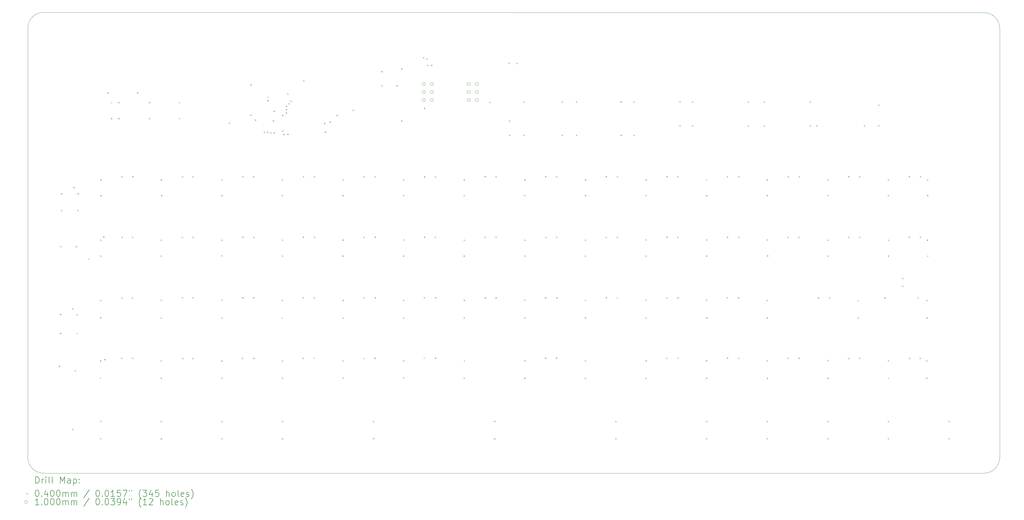
<source format=gbr>
%TF.GenerationSoftware,KiCad,Pcbnew,7.0.1*%
%TF.CreationDate,2023-04-23T23:40:49+02:00*%
%TF.ProjectId,keyb_15x5,6b657962-5f31-4357-9835-2e6b69636164,rev?*%
%TF.SameCoordinates,Original*%
%TF.FileFunction,Drillmap*%
%TF.FilePolarity,Positive*%
%FSLAX45Y45*%
G04 Gerber Fmt 4.5, Leading zero omitted, Abs format (unit mm)*
G04 Created by KiCad (PCBNEW 7.0.1) date 2023-04-23 23:40:49*
%MOMM*%
%LPD*%
G01*
G04 APERTURE LIST*
%ADD10C,0.050000*%
%ADD11C,0.200000*%
%ADD12C,0.040000*%
%ADD13C,0.100000*%
G04 APERTURE END LIST*
D10*
X36265000Y-20885000D02*
G75*
G03*
X36750000Y-20400000I0J485000D01*
G01*
X36750000Y-20400000D02*
X36750000Y-6875000D01*
X6690000Y-20885026D02*
X36265000Y-20885000D01*
X6200000Y-20400000D02*
G75*
G03*
X6690000Y-20885026I490000J5000D01*
G01*
X36750000Y-6875000D02*
G75*
G03*
X36270000Y-6395000I-480000J0D01*
G01*
X36270000Y-6395000D02*
X6690000Y-6385000D01*
X6200000Y-6875000D02*
X6200000Y-20400000D01*
X6690000Y-6385000D02*
G75*
G03*
X6200000Y-6875000I0J-490000D01*
G01*
D11*
D12*
X7169000Y-17504000D02*
X7209000Y-17544000D01*
X7209000Y-17504000D02*
X7169000Y-17544000D01*
X7204000Y-16465000D02*
X7244000Y-16505000D01*
X7244000Y-16465000D02*
X7204000Y-16505000D01*
X7207000Y-15872000D02*
X7247000Y-15912000D01*
X7247000Y-15872000D02*
X7207000Y-15912000D01*
X7217000Y-13736000D02*
X7257000Y-13776000D01*
X7257000Y-13736000D02*
X7217000Y-13776000D01*
X7243000Y-12071000D02*
X7283000Y-12111000D01*
X7283000Y-12071000D02*
X7243000Y-12111000D01*
X7243000Y-12600000D02*
X7283000Y-12640000D01*
X7283000Y-12600000D02*
X7243000Y-12640000D01*
X7585000Y-15690000D02*
X7625000Y-15730000D01*
X7625000Y-15690000D02*
X7585000Y-15730000D01*
X7585000Y-19480000D02*
X7625000Y-19520000D01*
X7625000Y-19480000D02*
X7585000Y-19520000D01*
X7630000Y-11875000D02*
X7670000Y-11915000D01*
X7670000Y-11875000D02*
X7630000Y-11915000D01*
X7672000Y-17639000D02*
X7712000Y-17679000D01*
X7712000Y-17639000D02*
X7672000Y-17679000D01*
X7701000Y-13736000D02*
X7741000Y-13776000D01*
X7741000Y-13736000D02*
X7701000Y-13776000D01*
X7732000Y-15875000D02*
X7772000Y-15915000D01*
X7772000Y-15875000D02*
X7732000Y-15915000D01*
X7735000Y-16465000D02*
X7775000Y-16505000D01*
X7775000Y-16465000D02*
X7735000Y-16505000D01*
X7754000Y-12069000D02*
X7794000Y-12109000D01*
X7794000Y-12069000D02*
X7754000Y-12109000D01*
X7754000Y-12602000D02*
X7794000Y-12642000D01*
X7794000Y-12602000D02*
X7754000Y-12642000D01*
X8092000Y-14127000D02*
X8132000Y-14167000D01*
X8132000Y-14127000D02*
X8092000Y-14167000D01*
X8465000Y-17335000D02*
X8505000Y-17375000D01*
X8505000Y-17335000D02*
X8465000Y-17375000D01*
X8465000Y-17869000D02*
X8505000Y-17909000D01*
X8505000Y-17869000D02*
X8465000Y-17909000D01*
X8467000Y-15424000D02*
X8507000Y-15464000D01*
X8507000Y-15424000D02*
X8467000Y-15464000D01*
X8467000Y-15973000D02*
X8507000Y-16013000D01*
X8507000Y-15973000D02*
X8467000Y-16013000D01*
X8468000Y-19229000D02*
X8508000Y-19269000D01*
X8508000Y-19229000D02*
X8468000Y-19269000D01*
X8469000Y-19780000D02*
X8509000Y-19820000D01*
X8509000Y-19780000D02*
X8469000Y-19820000D01*
X8470000Y-13530000D02*
X8510000Y-13570000D01*
X8510000Y-13530000D02*
X8470000Y-13570000D01*
X8470000Y-14030000D02*
X8510000Y-14070000D01*
X8510000Y-14030000D02*
X8470000Y-14070000D01*
X8475000Y-11630000D02*
X8515000Y-11670000D01*
X8515000Y-11630000D02*
X8475000Y-11670000D01*
X8475000Y-12130000D02*
X8515000Y-12170000D01*
X8515000Y-12130000D02*
X8475000Y-12170000D01*
X8565000Y-13430000D02*
X8605000Y-13470000D01*
X8605000Y-13430000D02*
X8565000Y-13470000D01*
X8600000Y-17290000D02*
X8640000Y-17330000D01*
X8640000Y-17290000D02*
X8600000Y-17330000D01*
X8692000Y-8898000D02*
X8732000Y-8938000D01*
X8732000Y-8898000D02*
X8692000Y-8938000D01*
X8810000Y-9200000D02*
X8850000Y-9240000D01*
X8850000Y-9200000D02*
X8810000Y-9240000D01*
X8810000Y-9705000D02*
X8850000Y-9745000D01*
X8850000Y-9705000D02*
X8810000Y-9745000D01*
X9035000Y-9200000D02*
X9075000Y-9240000D01*
X9075000Y-9200000D02*
X9035000Y-9240000D01*
X9040000Y-9705000D02*
X9080000Y-9745000D01*
X9080000Y-9705000D02*
X9040000Y-9745000D01*
X9130000Y-17245000D02*
X9170000Y-17285000D01*
X9170000Y-17245000D02*
X9130000Y-17285000D01*
X9135000Y-11535000D02*
X9175000Y-11575000D01*
X9175000Y-11535000D02*
X9135000Y-11575000D01*
X9135000Y-13440000D02*
X9175000Y-13480000D01*
X9175000Y-13440000D02*
X9135000Y-13480000D01*
X9140000Y-15350000D02*
X9180000Y-15390000D01*
X9180000Y-15350000D02*
X9140000Y-15390000D01*
X9470000Y-13440000D02*
X9510000Y-13480000D01*
X9510000Y-13440000D02*
X9470000Y-13480000D01*
X9470000Y-15350000D02*
X9510000Y-15390000D01*
X9510000Y-15350000D02*
X9470000Y-15390000D01*
X9475000Y-17245000D02*
X9515000Y-17285000D01*
X9515000Y-17245000D02*
X9475000Y-17285000D01*
X9480000Y-11535000D02*
X9520000Y-11575000D01*
X9520000Y-11535000D02*
X9480000Y-11575000D01*
X9628000Y-8895000D02*
X9668000Y-8935000D01*
X9668000Y-8895000D02*
X9628000Y-8935000D01*
X10000000Y-9200000D02*
X10040000Y-9240000D01*
X10040000Y-9200000D02*
X10000000Y-9240000D01*
X10000000Y-9705000D02*
X10040000Y-9745000D01*
X10040000Y-9705000D02*
X10000000Y-9745000D01*
X10371000Y-15977000D02*
X10411000Y-16017000D01*
X10411000Y-15977000D02*
X10371000Y-16017000D01*
X10373000Y-15421000D02*
X10413000Y-15461000D01*
X10413000Y-15421000D02*
X10373000Y-15461000D01*
X10373000Y-17333000D02*
X10413000Y-17373000D01*
X10413000Y-17333000D02*
X10373000Y-17373000D01*
X10373000Y-17877000D02*
X10413000Y-17917000D01*
X10413000Y-17877000D02*
X10373000Y-17917000D01*
X10375000Y-11630000D02*
X10415000Y-11670000D01*
X10415000Y-11630000D02*
X10375000Y-11670000D01*
X10375000Y-13530000D02*
X10415000Y-13570000D01*
X10415000Y-13530000D02*
X10375000Y-13570000D01*
X10375000Y-14030000D02*
X10415000Y-14070000D01*
X10415000Y-14030000D02*
X10375000Y-14070000D01*
X10375000Y-19234000D02*
X10415000Y-19274000D01*
X10415000Y-19234000D02*
X10375000Y-19274000D01*
X10375000Y-19782000D02*
X10415000Y-19822000D01*
X10415000Y-19782000D02*
X10375000Y-19822000D01*
X10380000Y-12130000D02*
X10420000Y-12170000D01*
X10420000Y-12130000D02*
X10380000Y-12170000D01*
X10945000Y-9200000D02*
X10985000Y-9240000D01*
X10985000Y-9200000D02*
X10945000Y-9240000D01*
X10945000Y-9700000D02*
X10985000Y-9740000D01*
X10985000Y-9700000D02*
X10945000Y-9740000D01*
X11035000Y-13435000D02*
X11075000Y-13475000D01*
X11075000Y-13435000D02*
X11035000Y-13475000D01*
X11040000Y-11535000D02*
X11080000Y-11575000D01*
X11080000Y-11535000D02*
X11040000Y-11575000D01*
X11045000Y-15345000D02*
X11085000Y-15385000D01*
X11085000Y-15345000D02*
X11045000Y-15385000D01*
X11050000Y-17255000D02*
X11090000Y-17295000D01*
X11090000Y-17255000D02*
X11050000Y-17295000D01*
X11370000Y-15345000D02*
X11410000Y-15385000D01*
X11410000Y-15345000D02*
X11370000Y-15385000D01*
X11375000Y-11535000D02*
X11415000Y-11575000D01*
X11415000Y-11535000D02*
X11375000Y-11575000D01*
X11375000Y-13435000D02*
X11415000Y-13475000D01*
X11415000Y-13435000D02*
X11375000Y-13475000D01*
X11375000Y-17255000D02*
X11415000Y-17295000D01*
X11415000Y-17255000D02*
X11375000Y-17295000D01*
X12277000Y-17336000D02*
X12317000Y-17376000D01*
X12317000Y-17336000D02*
X12277000Y-17376000D01*
X12278000Y-11632000D02*
X12318000Y-11672000D01*
X12318000Y-11632000D02*
X12278000Y-11672000D01*
X12278000Y-17874000D02*
X12318000Y-17914000D01*
X12318000Y-17874000D02*
X12278000Y-17914000D01*
X12279000Y-14024000D02*
X12319000Y-14064000D01*
X12319000Y-14024000D02*
X12279000Y-14064000D01*
X12279000Y-15421000D02*
X12319000Y-15461000D01*
X12319000Y-15421000D02*
X12279000Y-15461000D01*
X12279000Y-15979000D02*
X12319000Y-16019000D01*
X12319000Y-15979000D02*
X12279000Y-16019000D01*
X12279000Y-19237000D02*
X12319000Y-19277000D01*
X12319000Y-19237000D02*
X12279000Y-19277000D01*
X12279000Y-19779000D02*
X12319000Y-19819000D01*
X12319000Y-19779000D02*
X12279000Y-19819000D01*
X12280000Y-12130000D02*
X12320000Y-12170000D01*
X12320000Y-12130000D02*
X12280000Y-12170000D01*
X12280000Y-13530000D02*
X12320000Y-13570000D01*
X12320000Y-13530000D02*
X12280000Y-13570000D01*
X12515000Y-9850000D02*
X12555000Y-9890000D01*
X12555000Y-9850000D02*
X12515000Y-9890000D01*
X12933000Y-17247000D02*
X12973000Y-17287000D01*
X12973000Y-17247000D02*
X12933000Y-17287000D01*
X12935000Y-13435000D02*
X12975000Y-13475000D01*
X12975000Y-13435000D02*
X12935000Y-13475000D01*
X12936000Y-15338000D02*
X12976000Y-15378000D01*
X12976000Y-15338000D02*
X12936000Y-15378000D01*
X12940000Y-11535000D02*
X12980000Y-11575000D01*
X12980000Y-11535000D02*
X12940000Y-11575000D01*
X13190000Y-9595000D02*
X13230000Y-9635000D01*
X13230000Y-9595000D02*
X13190000Y-9635000D01*
X13195000Y-8640000D02*
X13235000Y-8680000D01*
X13235000Y-8640000D02*
X13195000Y-8680000D01*
X13280000Y-11535000D02*
X13320000Y-11575000D01*
X13320000Y-11535000D02*
X13280000Y-11575000D01*
X13282000Y-15344000D02*
X13322000Y-15384000D01*
X13322000Y-15344000D02*
X13282000Y-15384000D01*
X13285000Y-13435000D02*
X13325000Y-13475000D01*
X13325000Y-13435000D02*
X13285000Y-13475000D01*
X13286000Y-17251000D02*
X13326000Y-17291000D01*
X13326000Y-17251000D02*
X13286000Y-17291000D01*
X13335000Y-9750000D02*
X13375000Y-9790000D01*
X13375000Y-9750000D02*
X13335000Y-9790000D01*
X13613000Y-10137000D02*
X13653000Y-10177000D01*
X13653000Y-10137000D02*
X13613000Y-10177000D01*
X13713000Y-10136000D02*
X13753000Y-10176000D01*
X13753000Y-10136000D02*
X13713000Y-10176000D01*
X13730000Y-9030000D02*
X13770000Y-9070000D01*
X13770000Y-9030000D02*
X13730000Y-9070000D01*
X13730000Y-9135000D02*
X13770000Y-9175000D01*
X13770000Y-9135000D02*
X13730000Y-9175000D01*
X13819000Y-10155000D02*
X13859000Y-10195000D01*
X13859000Y-10155000D02*
X13819000Y-10195000D01*
X13895000Y-9775000D02*
X13935000Y-9815000D01*
X13935000Y-9775000D02*
X13895000Y-9815000D01*
X13920000Y-9470000D02*
X13960000Y-9510000D01*
X13960000Y-9470000D02*
X13920000Y-9510000D01*
X13925000Y-10154000D02*
X13965000Y-10194000D01*
X13965000Y-10154000D02*
X13925000Y-10194000D01*
X14180000Y-15982000D02*
X14220000Y-16022000D01*
X14220000Y-15982000D02*
X14180000Y-16022000D01*
X14183000Y-11632000D02*
X14223000Y-11672000D01*
X14223000Y-11632000D02*
X14183000Y-11672000D01*
X14183000Y-12128000D02*
X14223000Y-12168000D01*
X14223000Y-12128000D02*
X14183000Y-12168000D01*
X14183000Y-15425000D02*
X14223000Y-15465000D01*
X14223000Y-15425000D02*
X14183000Y-15465000D01*
X14183000Y-17332000D02*
X14223000Y-17372000D01*
X14223000Y-17332000D02*
X14183000Y-17372000D01*
X14183000Y-17872000D02*
X14223000Y-17912000D01*
X14223000Y-17872000D02*
X14183000Y-17912000D01*
X14184000Y-13531000D02*
X14224000Y-13571000D01*
X14224000Y-13531000D02*
X14184000Y-13571000D01*
X14185000Y-14030000D02*
X14225000Y-14070000D01*
X14225000Y-14030000D02*
X14185000Y-14070000D01*
X14186000Y-19236000D02*
X14226000Y-19276000D01*
X14226000Y-19236000D02*
X14186000Y-19276000D01*
X14186000Y-19782000D02*
X14226000Y-19822000D01*
X14226000Y-19782000D02*
X14186000Y-19822000D01*
X14190000Y-9605000D02*
X14230000Y-9645000D01*
X14230000Y-9605000D02*
X14190000Y-9645000D01*
X14190000Y-10090000D02*
X14230000Y-10130000D01*
X14230000Y-10090000D02*
X14190000Y-10130000D01*
X14230000Y-10205000D02*
X14270000Y-10245000D01*
X14270000Y-10205000D02*
X14230000Y-10245000D01*
X14305000Y-9320000D02*
X14345000Y-9360000D01*
X14345000Y-9320000D02*
X14305000Y-9360000D01*
X14305000Y-9425000D02*
X14345000Y-9465000D01*
X14345000Y-9425000D02*
X14305000Y-9465000D01*
X14305000Y-9525000D02*
X14345000Y-9565000D01*
X14345000Y-9525000D02*
X14305000Y-9565000D01*
X14353000Y-10199000D02*
X14393000Y-10239000D01*
X14393000Y-10199000D02*
X14353000Y-10239000D01*
X14355000Y-8930000D02*
X14395000Y-8970000D01*
X14395000Y-8930000D02*
X14355000Y-8970000D01*
X14385000Y-9240000D02*
X14425000Y-9280000D01*
X14425000Y-9240000D02*
X14385000Y-9280000D01*
X14455000Y-9160000D02*
X14495000Y-9200000D01*
X14495000Y-9160000D02*
X14455000Y-9200000D01*
X14836000Y-15344000D02*
X14876000Y-15384000D01*
X14876000Y-15344000D02*
X14836000Y-15384000D01*
X14838000Y-17247000D02*
X14878000Y-17287000D01*
X14878000Y-17247000D02*
X14838000Y-17287000D01*
X14840000Y-13440000D02*
X14880000Y-13480000D01*
X14880000Y-13440000D02*
X14840000Y-13480000D01*
X14845000Y-11535000D02*
X14885000Y-11575000D01*
X14885000Y-11535000D02*
X14845000Y-11575000D01*
X14850000Y-8520000D02*
X14890000Y-8560000D01*
X14890000Y-8520000D02*
X14850000Y-8560000D01*
X15187000Y-17244000D02*
X15227000Y-17284000D01*
X15227000Y-17244000D02*
X15187000Y-17284000D01*
X15188000Y-15344000D02*
X15228000Y-15384000D01*
X15228000Y-15344000D02*
X15188000Y-15384000D01*
X15190000Y-11535000D02*
X15230000Y-11575000D01*
X15230000Y-11535000D02*
X15190000Y-11575000D01*
X15190000Y-13440000D02*
X15230000Y-13480000D01*
X15230000Y-13440000D02*
X15190000Y-13480000D01*
X15508000Y-9853050D02*
X15548000Y-9893050D01*
X15548000Y-9853050D02*
X15508000Y-9893050D01*
X15530000Y-10130000D02*
X15570000Y-10170000D01*
X15570000Y-10130000D02*
X15530000Y-10170000D01*
X15678000Y-9815000D02*
X15718000Y-9855000D01*
X15718000Y-9815000D02*
X15678000Y-9855000D01*
X15905000Y-9605000D02*
X15945000Y-9645000D01*
X15945000Y-9605000D02*
X15905000Y-9645000D01*
X16085000Y-14030000D02*
X16125000Y-14070000D01*
X16125000Y-14030000D02*
X16085000Y-14070000D01*
X16086000Y-15979000D02*
X16126000Y-16019000D01*
X16126000Y-15979000D02*
X16086000Y-16019000D01*
X16087000Y-17868000D02*
X16127000Y-17908000D01*
X16127000Y-17868000D02*
X16087000Y-17908000D01*
X16088000Y-11632000D02*
X16128000Y-11672000D01*
X16128000Y-11632000D02*
X16088000Y-11672000D01*
X16089000Y-13526000D02*
X16129000Y-13566000D01*
X16129000Y-13526000D02*
X16089000Y-13566000D01*
X16090000Y-12130000D02*
X16130000Y-12170000D01*
X16130000Y-12130000D02*
X16090000Y-12170000D01*
X16091000Y-17332000D02*
X16131000Y-17372000D01*
X16131000Y-17332000D02*
X16091000Y-17372000D01*
X16092000Y-15425000D02*
X16132000Y-15465000D01*
X16132000Y-15425000D02*
X16092000Y-15465000D01*
X16409000Y-9440050D02*
X16449000Y-9480050D01*
X16449000Y-9440050D02*
X16409000Y-9480050D01*
X16745000Y-17251000D02*
X16785000Y-17291000D01*
X16785000Y-17251000D02*
X16745000Y-17291000D01*
X16749000Y-15341000D02*
X16789000Y-15381000D01*
X16789000Y-15341000D02*
X16749000Y-15381000D01*
X16750000Y-11530000D02*
X16790000Y-11570000D01*
X16790000Y-11530000D02*
X16750000Y-11570000D01*
X16750000Y-13440000D02*
X16790000Y-13480000D01*
X16790000Y-13440000D02*
X16750000Y-13480000D01*
X17044000Y-19234000D02*
X17084000Y-19274000D01*
X17084000Y-19234000D02*
X17044000Y-19274000D01*
X17044000Y-19775000D02*
X17084000Y-19815000D01*
X17084000Y-19775000D02*
X17044000Y-19815000D01*
X17091000Y-17247000D02*
X17131000Y-17287000D01*
X17131000Y-17247000D02*
X17091000Y-17287000D01*
X17095000Y-11535000D02*
X17135000Y-11575000D01*
X17135000Y-11535000D02*
X17095000Y-11575000D01*
X17099000Y-15341000D02*
X17139000Y-15381000D01*
X17139000Y-15341000D02*
X17099000Y-15381000D01*
X17100000Y-13435000D02*
X17140000Y-13475000D01*
X17140000Y-13435000D02*
X17100000Y-13475000D01*
X17305000Y-8670000D02*
X17345000Y-8710000D01*
X17345000Y-8670000D02*
X17305000Y-8710000D01*
X17310000Y-8225000D02*
X17350000Y-8265000D01*
X17350000Y-8225000D02*
X17310000Y-8265000D01*
X17785000Y-8670000D02*
X17825000Y-8710000D01*
X17825000Y-8670000D02*
X17785000Y-8710000D01*
X17930000Y-8145000D02*
X17970000Y-8185000D01*
X17970000Y-8145000D02*
X17930000Y-8185000D01*
X17930000Y-9780000D02*
X17970000Y-9820000D01*
X17970000Y-9780000D02*
X17930000Y-9820000D01*
X17990000Y-14030000D02*
X18030000Y-14070000D01*
X18030000Y-14030000D02*
X17990000Y-14070000D01*
X17991000Y-17332000D02*
X18031000Y-17372000D01*
X18031000Y-17332000D02*
X17991000Y-17372000D01*
X17991000Y-17865000D02*
X18031000Y-17905000D01*
X18031000Y-17865000D02*
X17991000Y-17905000D01*
X17993000Y-11632000D02*
X18033000Y-11672000D01*
X18033000Y-11632000D02*
X17993000Y-11672000D01*
X17993000Y-15425000D02*
X18033000Y-15465000D01*
X18033000Y-15425000D02*
X17993000Y-15465000D01*
X17993000Y-15979000D02*
X18033000Y-16019000D01*
X18033000Y-15979000D02*
X17993000Y-16019000D01*
X17995000Y-12125000D02*
X18035000Y-12165000D01*
X18035000Y-12125000D02*
X17995000Y-12165000D01*
X17995000Y-13525000D02*
X18035000Y-13565000D01*
X18035000Y-13525000D02*
X17995000Y-13565000D01*
X18620000Y-7787000D02*
X18660000Y-7827000D01*
X18660000Y-7787000D02*
X18620000Y-7827000D01*
X18642000Y-17244000D02*
X18682000Y-17284000D01*
X18682000Y-17244000D02*
X18642000Y-17284000D01*
X18647000Y-15341000D02*
X18687000Y-15381000D01*
X18687000Y-15341000D02*
X18647000Y-15381000D01*
X18649000Y-9381000D02*
X18689000Y-9421000D01*
X18689000Y-9381000D02*
X18649000Y-9421000D01*
X18650000Y-11540000D02*
X18690000Y-11580000D01*
X18690000Y-11540000D02*
X18650000Y-11580000D01*
X18650000Y-13435000D02*
X18690000Y-13475000D01*
X18690000Y-13435000D02*
X18650000Y-13475000D01*
X18727000Y-7824000D02*
X18767000Y-7864000D01*
X18767000Y-7824000D02*
X18727000Y-7864000D01*
X18749000Y-8030000D02*
X18789000Y-8070000D01*
X18789000Y-8030000D02*
X18749000Y-8070000D01*
X18875000Y-8031000D02*
X18915000Y-8071000D01*
X18915000Y-8031000D02*
X18875000Y-8071000D01*
X18995000Y-11540000D02*
X19035000Y-11580000D01*
X19035000Y-11540000D02*
X18995000Y-11580000D01*
X18995000Y-13435000D02*
X19035000Y-13475000D01*
X19035000Y-13435000D02*
X18995000Y-13475000D01*
X18995000Y-17244000D02*
X19035000Y-17284000D01*
X19035000Y-17244000D02*
X18995000Y-17284000D01*
X18996000Y-15344000D02*
X19036000Y-15384000D01*
X19036000Y-15344000D02*
X18996000Y-15384000D01*
X19895000Y-14030000D02*
X19935000Y-14070000D01*
X19935000Y-14030000D02*
X19895000Y-14070000D01*
X19898000Y-17875000D02*
X19938000Y-17915000D01*
X19938000Y-17875000D02*
X19898000Y-17915000D01*
X19899000Y-15422000D02*
X19939000Y-15462000D01*
X19939000Y-15422000D02*
X19899000Y-15462000D01*
X19899000Y-15979000D02*
X19939000Y-16019000D01*
X19939000Y-15979000D02*
X19899000Y-16019000D01*
X19900000Y-11630000D02*
X19940000Y-11670000D01*
X19940000Y-11630000D02*
X19900000Y-11670000D01*
X19900000Y-12125000D02*
X19940000Y-12165000D01*
X19940000Y-12125000D02*
X19900000Y-12165000D01*
X19900000Y-13530000D02*
X19940000Y-13570000D01*
X19940000Y-13530000D02*
X19900000Y-13570000D01*
X19902000Y-17328000D02*
X19942000Y-17368000D01*
X19942000Y-17328000D02*
X19902000Y-17368000D01*
X20555000Y-11535000D02*
X20595000Y-11575000D01*
X20595000Y-11535000D02*
X20555000Y-11575000D01*
X20556000Y-15347000D02*
X20596000Y-15387000D01*
X20596000Y-15347000D02*
X20556000Y-15387000D01*
X20560000Y-13435000D02*
X20600000Y-13475000D01*
X20600000Y-13435000D02*
X20560000Y-13475000D01*
X20704000Y-9198000D02*
X20744000Y-9238000D01*
X20744000Y-9198000D02*
X20704000Y-9238000D01*
X20852000Y-19782000D02*
X20892000Y-19822000D01*
X20892000Y-19782000D02*
X20852000Y-19822000D01*
X20854000Y-19232000D02*
X20894000Y-19272000D01*
X20894000Y-19232000D02*
X20854000Y-19272000D01*
X20900000Y-11535000D02*
X20940000Y-11575000D01*
X20940000Y-11535000D02*
X20900000Y-11575000D01*
X20900000Y-13440000D02*
X20940000Y-13480000D01*
X20940000Y-13440000D02*
X20900000Y-13480000D01*
X20900000Y-15347000D02*
X20940000Y-15387000D01*
X20940000Y-15347000D02*
X20900000Y-15387000D01*
X21310000Y-7960000D02*
X21350000Y-8000000D01*
X21350000Y-7960000D02*
X21310000Y-8000000D01*
X21330000Y-9780000D02*
X21370000Y-9820000D01*
X21370000Y-9780000D02*
X21330000Y-9820000D01*
X21330000Y-10230000D02*
X21370000Y-10270000D01*
X21370000Y-10230000D02*
X21330000Y-10270000D01*
X21560000Y-7965000D02*
X21600000Y-8005000D01*
X21600000Y-7965000D02*
X21560000Y-8005000D01*
X21780000Y-9180000D02*
X21820000Y-9220000D01*
X21820000Y-9180000D02*
X21780000Y-9220000D01*
X21780000Y-10230000D02*
X21820000Y-10270000D01*
X21820000Y-10230000D02*
X21780000Y-10270000D01*
X21802000Y-17325000D02*
X21842000Y-17365000D01*
X21842000Y-17325000D02*
X21802000Y-17365000D01*
X21803000Y-12128000D02*
X21843000Y-12168000D01*
X21843000Y-12128000D02*
X21803000Y-12168000D01*
X21803000Y-15419000D02*
X21843000Y-15459000D01*
X21843000Y-15419000D02*
X21803000Y-15459000D01*
X21805000Y-11630000D02*
X21845000Y-11670000D01*
X21845000Y-11630000D02*
X21805000Y-11670000D01*
X21805000Y-13530000D02*
X21845000Y-13570000D01*
X21845000Y-13530000D02*
X21805000Y-13570000D01*
X21805000Y-14030000D02*
X21845000Y-14070000D01*
X21845000Y-14030000D02*
X21805000Y-14070000D01*
X21806000Y-15976000D02*
X21846000Y-16016000D01*
X21846000Y-15976000D02*
X21806000Y-16016000D01*
X21806000Y-17879000D02*
X21846000Y-17919000D01*
X21846000Y-17879000D02*
X21806000Y-17919000D01*
X22454000Y-17244000D02*
X22494000Y-17284000D01*
X22494000Y-17244000D02*
X22454000Y-17284000D01*
X22457000Y-15347000D02*
X22497000Y-15387000D01*
X22497000Y-15347000D02*
X22457000Y-15387000D01*
X22460000Y-11535000D02*
X22500000Y-11575000D01*
X22500000Y-11535000D02*
X22460000Y-11575000D01*
X22465000Y-13435000D02*
X22505000Y-13475000D01*
X22505000Y-13435000D02*
X22465000Y-13475000D01*
X22803000Y-17244000D02*
X22843000Y-17284000D01*
X22843000Y-17244000D02*
X22803000Y-17284000D01*
X22805000Y-11535000D02*
X22845000Y-11575000D01*
X22845000Y-11535000D02*
X22805000Y-11575000D01*
X22805000Y-13440000D02*
X22845000Y-13480000D01*
X22845000Y-13440000D02*
X22805000Y-13480000D01*
X22806000Y-15344000D02*
X22846000Y-15384000D01*
X22846000Y-15344000D02*
X22806000Y-15384000D01*
X22980000Y-9180000D02*
X23020000Y-9220000D01*
X23020000Y-9180000D02*
X22980000Y-9220000D01*
X22980000Y-10230000D02*
X23020000Y-10270000D01*
X23020000Y-10230000D02*
X22980000Y-10270000D01*
X23430000Y-9180000D02*
X23470000Y-9220000D01*
X23470000Y-9180000D02*
X23430000Y-9220000D01*
X23430000Y-10230000D02*
X23470000Y-10270000D01*
X23470000Y-10230000D02*
X23430000Y-10270000D01*
X23706000Y-15973000D02*
X23746000Y-16013000D01*
X23746000Y-15973000D02*
X23706000Y-16013000D01*
X23706000Y-17882000D02*
X23746000Y-17922000D01*
X23746000Y-17882000D02*
X23706000Y-17922000D01*
X23707000Y-17331000D02*
X23747000Y-17371000D01*
X23747000Y-17331000D02*
X23707000Y-17371000D01*
X23710000Y-11630000D02*
X23750000Y-11670000D01*
X23750000Y-11630000D02*
X23710000Y-11670000D01*
X23710000Y-12130000D02*
X23750000Y-12170000D01*
X23750000Y-12130000D02*
X23710000Y-12170000D01*
X23710000Y-13530000D02*
X23750000Y-13570000D01*
X23750000Y-13530000D02*
X23710000Y-13570000D01*
X23710000Y-14030000D02*
X23750000Y-14070000D01*
X23750000Y-14030000D02*
X23710000Y-14070000D01*
X23712000Y-15422000D02*
X23752000Y-15462000D01*
X23752000Y-15422000D02*
X23712000Y-15462000D01*
X24360000Y-13435000D02*
X24400000Y-13475000D01*
X24400000Y-13435000D02*
X24360000Y-13475000D01*
X24365000Y-11535000D02*
X24405000Y-11575000D01*
X24405000Y-11535000D02*
X24365000Y-11575000D01*
X24365000Y-15344000D02*
X24405000Y-15384000D01*
X24405000Y-15344000D02*
X24365000Y-15384000D01*
X24663000Y-19234000D02*
X24703000Y-19274000D01*
X24703000Y-19234000D02*
X24663000Y-19274000D01*
X24663000Y-19780000D02*
X24703000Y-19820000D01*
X24703000Y-19780000D02*
X24663000Y-19820000D01*
X24711000Y-15347000D02*
X24751000Y-15387000D01*
X24751000Y-15347000D02*
X24711000Y-15387000D01*
X24715000Y-11535000D02*
X24755000Y-11575000D01*
X24755000Y-11535000D02*
X24715000Y-11575000D01*
X24715000Y-13435000D02*
X24755000Y-13475000D01*
X24755000Y-13435000D02*
X24715000Y-13475000D01*
X24830000Y-9180000D02*
X24870000Y-9220000D01*
X24870000Y-9180000D02*
X24830000Y-9220000D01*
X24830000Y-10230000D02*
X24870000Y-10270000D01*
X24870000Y-10230000D02*
X24830000Y-10270000D01*
X25230000Y-9180000D02*
X25270000Y-9220000D01*
X25270000Y-9180000D02*
X25230000Y-9220000D01*
X25230000Y-10230000D02*
X25270000Y-10270000D01*
X25270000Y-10230000D02*
X25230000Y-10270000D01*
X25613000Y-12128000D02*
X25653000Y-12168000D01*
X25653000Y-12128000D02*
X25613000Y-12168000D01*
X25613000Y-17328000D02*
X25653000Y-17368000D01*
X25653000Y-17328000D02*
X25613000Y-17368000D01*
X25613000Y-17882000D02*
X25653000Y-17922000D01*
X25653000Y-17882000D02*
X25613000Y-17922000D01*
X25614000Y-15419000D02*
X25654000Y-15459000D01*
X25654000Y-15419000D02*
X25614000Y-15459000D01*
X25614000Y-15976000D02*
X25654000Y-16016000D01*
X25654000Y-15976000D02*
X25614000Y-16016000D01*
X25615000Y-11630000D02*
X25655000Y-11670000D01*
X25655000Y-11630000D02*
X25615000Y-11670000D01*
X25615000Y-13525000D02*
X25655000Y-13565000D01*
X25655000Y-13525000D02*
X25615000Y-13565000D01*
X25615000Y-14030000D02*
X25655000Y-14070000D01*
X25655000Y-14030000D02*
X25615000Y-14070000D01*
X26267000Y-17247000D02*
X26307000Y-17287000D01*
X26307000Y-17247000D02*
X26267000Y-17287000D01*
X26268000Y-15345000D02*
X26308000Y-15385000D01*
X26308000Y-15345000D02*
X26268000Y-15385000D01*
X26270000Y-11530000D02*
X26310000Y-11570000D01*
X26310000Y-11530000D02*
X26270000Y-11570000D01*
X26270000Y-13435000D02*
X26310000Y-13475000D01*
X26310000Y-13435000D02*
X26270000Y-13475000D01*
X26615000Y-11535000D02*
X26655000Y-11575000D01*
X26655000Y-11535000D02*
X26615000Y-11575000D01*
X26615000Y-13435000D02*
X26655000Y-13475000D01*
X26655000Y-13435000D02*
X26615000Y-13475000D01*
X26617000Y-15342000D02*
X26657000Y-15382000D01*
X26657000Y-15342000D02*
X26617000Y-15382000D01*
X26617000Y-17244000D02*
X26657000Y-17284000D01*
X26657000Y-17244000D02*
X26617000Y-17284000D01*
X26680000Y-9180000D02*
X26720000Y-9220000D01*
X26720000Y-9180000D02*
X26680000Y-9220000D01*
X26680000Y-9930000D02*
X26720000Y-9970000D01*
X26720000Y-9930000D02*
X26680000Y-9970000D01*
X27080000Y-9180000D02*
X27120000Y-9220000D01*
X27120000Y-9180000D02*
X27080000Y-9220000D01*
X27080000Y-9930000D02*
X27120000Y-9970000D01*
X27120000Y-9930000D02*
X27080000Y-9970000D01*
X27515000Y-11630000D02*
X27555000Y-11670000D01*
X27555000Y-11630000D02*
X27515000Y-11670000D01*
X27515000Y-14030000D02*
X27555000Y-14070000D01*
X27555000Y-14030000D02*
X27515000Y-14070000D01*
X27517000Y-17328000D02*
X27557000Y-17368000D01*
X27557000Y-17328000D02*
X27517000Y-17368000D01*
X27518000Y-19236000D02*
X27558000Y-19276000D01*
X27558000Y-19236000D02*
X27518000Y-19276000D01*
X27520000Y-12130000D02*
X27560000Y-12170000D01*
X27560000Y-12130000D02*
X27520000Y-12170000D01*
X27520000Y-13525000D02*
X27560000Y-13565000D01*
X27560000Y-13525000D02*
X27520000Y-13565000D01*
X27520000Y-15420000D02*
X27560000Y-15460000D01*
X27560000Y-15420000D02*
X27520000Y-15460000D01*
X27520000Y-17879000D02*
X27560000Y-17919000D01*
X27560000Y-17879000D02*
X27520000Y-17919000D01*
X27521000Y-19780000D02*
X27561000Y-19820000D01*
X27561000Y-19780000D02*
X27521000Y-19820000D01*
X27523000Y-15977000D02*
X27563000Y-16017000D01*
X27563000Y-15977000D02*
X27523000Y-16017000D01*
X28169000Y-15343000D02*
X28209000Y-15383000D01*
X28209000Y-15343000D02*
X28169000Y-15383000D01*
X28170000Y-11535000D02*
X28210000Y-11575000D01*
X28210000Y-11535000D02*
X28170000Y-11575000D01*
X28171000Y-17244000D02*
X28211000Y-17284000D01*
X28211000Y-17244000D02*
X28171000Y-17284000D01*
X28175000Y-13435000D02*
X28215000Y-13475000D01*
X28215000Y-13435000D02*
X28175000Y-13475000D01*
X28521000Y-15343000D02*
X28561000Y-15383000D01*
X28561000Y-15343000D02*
X28521000Y-15383000D01*
X28524000Y-17247000D02*
X28564000Y-17287000D01*
X28564000Y-17247000D02*
X28524000Y-17287000D01*
X28525000Y-11535000D02*
X28565000Y-11575000D01*
X28565000Y-11535000D02*
X28525000Y-11575000D01*
X28525000Y-13440000D02*
X28565000Y-13480000D01*
X28565000Y-13440000D02*
X28525000Y-13480000D01*
X28830000Y-9180000D02*
X28870000Y-9220000D01*
X28870000Y-9180000D02*
X28830000Y-9220000D01*
X28830000Y-9930000D02*
X28870000Y-9970000D01*
X28870000Y-9930000D02*
X28830000Y-9970000D01*
X29330000Y-9180000D02*
X29370000Y-9220000D01*
X29370000Y-9180000D02*
X29330000Y-9220000D01*
X29330000Y-9930000D02*
X29370000Y-9970000D01*
X29370000Y-9930000D02*
X29330000Y-9970000D01*
X29423000Y-19236000D02*
X29463000Y-19276000D01*
X29463000Y-19236000D02*
X29423000Y-19276000D01*
X29424000Y-15424000D02*
X29464000Y-15464000D01*
X29464000Y-15424000D02*
X29424000Y-15464000D01*
X29424000Y-15981000D02*
X29464000Y-16021000D01*
X29464000Y-15981000D02*
X29424000Y-16021000D01*
X29424000Y-17325000D02*
X29464000Y-17365000D01*
X29464000Y-17325000D02*
X29424000Y-17365000D01*
X29425000Y-11630000D02*
X29465000Y-11670000D01*
X29465000Y-11630000D02*
X29425000Y-11670000D01*
X29425000Y-12130000D02*
X29465000Y-12170000D01*
X29465000Y-12130000D02*
X29425000Y-12170000D01*
X29425000Y-13525000D02*
X29465000Y-13565000D01*
X29465000Y-13525000D02*
X29425000Y-13565000D01*
X29426000Y-19777000D02*
X29466000Y-19817000D01*
X29466000Y-19777000D02*
X29426000Y-19817000D01*
X29427000Y-17882000D02*
X29467000Y-17922000D01*
X29467000Y-17882000D02*
X29427000Y-17922000D01*
X29430000Y-14025000D02*
X29470000Y-14065000D01*
X29470000Y-14025000D02*
X29430000Y-14065000D01*
X30073000Y-17246000D02*
X30113000Y-17286000D01*
X30113000Y-17246000D02*
X30073000Y-17286000D01*
X30075000Y-13440000D02*
X30115000Y-13480000D01*
X30115000Y-13440000D02*
X30075000Y-13480000D01*
X30085000Y-11535000D02*
X30125000Y-11575000D01*
X30125000Y-11535000D02*
X30085000Y-11575000D01*
X30425000Y-13440000D02*
X30465000Y-13480000D01*
X30465000Y-13440000D02*
X30425000Y-13480000D01*
X30426000Y-17250000D02*
X30466000Y-17290000D01*
X30466000Y-17250000D02*
X30426000Y-17290000D01*
X30430000Y-11535000D02*
X30470000Y-11575000D01*
X30470000Y-11535000D02*
X30430000Y-11575000D01*
X30780000Y-9180000D02*
X30820000Y-9220000D01*
X30820000Y-9180000D02*
X30780000Y-9220000D01*
X30780000Y-9930000D02*
X30820000Y-9970000D01*
X30820000Y-9930000D02*
X30780000Y-9970000D01*
X30980000Y-9930000D02*
X31020000Y-9970000D01*
X31020000Y-9930000D02*
X30980000Y-9970000D01*
X31029000Y-15346000D02*
X31069000Y-15386000D01*
X31069000Y-15346000D02*
X31029000Y-15386000D01*
X31328000Y-12128000D02*
X31368000Y-12168000D01*
X31368000Y-12128000D02*
X31328000Y-12168000D01*
X31328000Y-17879000D02*
X31368000Y-17919000D01*
X31368000Y-17879000D02*
X31328000Y-17919000D01*
X31328000Y-19780000D02*
X31368000Y-19820000D01*
X31368000Y-19780000D02*
X31328000Y-19820000D01*
X31329000Y-19237000D02*
X31369000Y-19277000D01*
X31369000Y-19237000D02*
X31329000Y-19277000D01*
X31330000Y-11635000D02*
X31370000Y-11675000D01*
X31370000Y-11635000D02*
X31330000Y-11675000D01*
X31330000Y-13530000D02*
X31370000Y-13570000D01*
X31370000Y-13530000D02*
X31330000Y-13570000D01*
X31330000Y-14030000D02*
X31370000Y-14070000D01*
X31370000Y-14030000D02*
X31330000Y-14070000D01*
X31331000Y-17318000D02*
X31371000Y-17358000D01*
X31371000Y-17318000D02*
X31331000Y-17358000D01*
X31378000Y-15343000D02*
X31418000Y-15383000D01*
X31418000Y-15343000D02*
X31378000Y-15383000D01*
X31980000Y-13440000D02*
X32020000Y-13480000D01*
X32020000Y-13440000D02*
X31980000Y-13480000D01*
X31982000Y-17253000D02*
X32022000Y-17293000D01*
X32022000Y-17253000D02*
X31982000Y-17293000D01*
X31985000Y-11535000D02*
X32025000Y-11575000D01*
X32025000Y-11535000D02*
X31985000Y-11575000D01*
X32280500Y-15430500D02*
X32320500Y-15470500D01*
X32320500Y-15430500D02*
X32280500Y-15470500D01*
X32284000Y-15978000D02*
X32324000Y-16018000D01*
X32324000Y-15978000D02*
X32284000Y-16018000D01*
X32328000Y-17250000D02*
X32368000Y-17290000D01*
X32368000Y-17250000D02*
X32328000Y-17290000D01*
X32330000Y-11535000D02*
X32370000Y-11575000D01*
X32370000Y-11535000D02*
X32330000Y-11575000D01*
X32330000Y-13435000D02*
X32370000Y-13475000D01*
X32370000Y-13435000D02*
X32330000Y-13475000D01*
X32480000Y-9930000D02*
X32520000Y-9970000D01*
X32520000Y-9930000D02*
X32480000Y-9970000D01*
X32930000Y-9280000D02*
X32970000Y-9320000D01*
X32970000Y-9280000D02*
X32930000Y-9320000D01*
X32930000Y-9930000D02*
X32970000Y-9970000D01*
X32970000Y-9930000D02*
X32930000Y-9970000D01*
X33123000Y-15346000D02*
X33163000Y-15386000D01*
X33163000Y-15346000D02*
X33123000Y-15386000D01*
X33230000Y-14030000D02*
X33270000Y-14070000D01*
X33270000Y-14030000D02*
X33230000Y-14070000D01*
X33233000Y-12128000D02*
X33273000Y-12168000D01*
X33273000Y-12128000D02*
X33233000Y-12168000D01*
X33233000Y-17325000D02*
X33273000Y-17365000D01*
X33273000Y-17325000D02*
X33233000Y-17365000D01*
X33233000Y-19234000D02*
X33273000Y-19274000D01*
X33273000Y-19234000D02*
X33233000Y-19274000D01*
X33233000Y-19780000D02*
X33273000Y-19820000D01*
X33273000Y-19780000D02*
X33233000Y-19820000D01*
X33235000Y-11635000D02*
X33275000Y-11675000D01*
X33275000Y-11635000D02*
X33235000Y-11675000D01*
X33235000Y-13530000D02*
X33275000Y-13570000D01*
X33275000Y-13530000D02*
X33235000Y-13570000D01*
X33237000Y-17879000D02*
X33277000Y-17919000D01*
X33277000Y-17879000D02*
X33237000Y-17919000D01*
X33680000Y-14730000D02*
X33720000Y-14770000D01*
X33720000Y-14730000D02*
X33680000Y-14770000D01*
X33680000Y-14980000D02*
X33720000Y-15020000D01*
X33720000Y-14980000D02*
X33680000Y-15020000D01*
X33890000Y-11535000D02*
X33930000Y-11575000D01*
X33930000Y-11535000D02*
X33890000Y-11575000D01*
X33890000Y-13440000D02*
X33930000Y-13480000D01*
X33930000Y-13440000D02*
X33890000Y-13480000D01*
X33895000Y-17246000D02*
X33935000Y-17286000D01*
X33935000Y-17246000D02*
X33895000Y-17286000D01*
X34168000Y-15346000D02*
X34208000Y-15386000D01*
X34208000Y-15346000D02*
X34168000Y-15386000D01*
X34234000Y-17246000D02*
X34274000Y-17286000D01*
X34274000Y-17246000D02*
X34234000Y-17286000D01*
X34240000Y-11535000D02*
X34280000Y-11575000D01*
X34280000Y-11535000D02*
X34240000Y-11575000D01*
X34240000Y-13440000D02*
X34280000Y-13480000D01*
X34280000Y-13440000D02*
X34240000Y-13480000D01*
X34435000Y-17326000D02*
X34475000Y-17366000D01*
X34475000Y-17326000D02*
X34435000Y-17366000D01*
X34436000Y-17879000D02*
X34476000Y-17919000D01*
X34476000Y-17879000D02*
X34436000Y-17919000D01*
X34445000Y-15430000D02*
X34485000Y-15470000D01*
X34485000Y-15430000D02*
X34445000Y-15470000D01*
X34448000Y-15975000D02*
X34488000Y-16015000D01*
X34488000Y-15975000D02*
X34448000Y-16015000D01*
X34457000Y-13532000D02*
X34497000Y-13572000D01*
X34497000Y-13532000D02*
X34457000Y-13572000D01*
X34458000Y-11632000D02*
X34498000Y-11672000D01*
X34498000Y-11632000D02*
X34458000Y-11672000D01*
X34465000Y-12125000D02*
X34505000Y-12165000D01*
X34505000Y-12125000D02*
X34465000Y-12165000D01*
X34465000Y-14035000D02*
X34505000Y-14075000D01*
X34505000Y-14035000D02*
X34465000Y-14075000D01*
X35139000Y-19238000D02*
X35179000Y-19278000D01*
X35179000Y-19238000D02*
X35139000Y-19278000D01*
X35139000Y-19779000D02*
X35179000Y-19819000D01*
X35179000Y-19779000D02*
X35139000Y-19819000D01*
D13*
X18696000Y-8636000D02*
G75*
G03*
X18696000Y-8636000I-50000J0D01*
G01*
X18696000Y-8890000D02*
G75*
G03*
X18696000Y-8890000I-50000J0D01*
G01*
X18696000Y-9144000D02*
G75*
G03*
X18696000Y-9144000I-50000J0D01*
G01*
X18950000Y-8636000D02*
G75*
G03*
X18950000Y-8636000I-50000J0D01*
G01*
X18950000Y-8890000D02*
G75*
G03*
X18950000Y-8890000I-50000J0D01*
G01*
X18950000Y-9144000D02*
G75*
G03*
X18950000Y-9144000I-50000J0D01*
G01*
X20116000Y-8636000D02*
G75*
G03*
X20116000Y-8636000I-50000J0D01*
G01*
X20116000Y-8890000D02*
G75*
G03*
X20116000Y-8890000I-50000J0D01*
G01*
X20116000Y-9144000D02*
G75*
G03*
X20116000Y-9144000I-50000J0D01*
G01*
X20370000Y-8636000D02*
G75*
G03*
X20370000Y-8636000I-50000J0D01*
G01*
X20370000Y-8890000D02*
G75*
G03*
X20370000Y-8890000I-50000J0D01*
G01*
X20370000Y-9144000D02*
G75*
G03*
X20370000Y-9144000I-50000J0D01*
G01*
D11*
X6445119Y-21200049D02*
X6445119Y-21000049D01*
X6445119Y-21000049D02*
X6492738Y-21000049D01*
X6492738Y-21000049D02*
X6521309Y-21009573D01*
X6521309Y-21009573D02*
X6540357Y-21028621D01*
X6540357Y-21028621D02*
X6549881Y-21047668D01*
X6549881Y-21047668D02*
X6559405Y-21085764D01*
X6559405Y-21085764D02*
X6559405Y-21114335D01*
X6559405Y-21114335D02*
X6549881Y-21152430D01*
X6549881Y-21152430D02*
X6540357Y-21171478D01*
X6540357Y-21171478D02*
X6521309Y-21190526D01*
X6521309Y-21190526D02*
X6492738Y-21200049D01*
X6492738Y-21200049D02*
X6445119Y-21200049D01*
X6645119Y-21200049D02*
X6645119Y-21066716D01*
X6645119Y-21104811D02*
X6654643Y-21085764D01*
X6654643Y-21085764D02*
X6664167Y-21076240D01*
X6664167Y-21076240D02*
X6683214Y-21066716D01*
X6683214Y-21066716D02*
X6702262Y-21066716D01*
X6768928Y-21200049D02*
X6768928Y-21066716D01*
X6768928Y-21000049D02*
X6759405Y-21009573D01*
X6759405Y-21009573D02*
X6768928Y-21019097D01*
X6768928Y-21019097D02*
X6778452Y-21009573D01*
X6778452Y-21009573D02*
X6768928Y-21000049D01*
X6768928Y-21000049D02*
X6768928Y-21019097D01*
X6892738Y-21200049D02*
X6873690Y-21190526D01*
X6873690Y-21190526D02*
X6864167Y-21171478D01*
X6864167Y-21171478D02*
X6864167Y-21000049D01*
X6997500Y-21200049D02*
X6978452Y-21190526D01*
X6978452Y-21190526D02*
X6968928Y-21171478D01*
X6968928Y-21171478D02*
X6968928Y-21000049D01*
X7226071Y-21200049D02*
X7226071Y-21000049D01*
X7226071Y-21000049D02*
X7292738Y-21142906D01*
X7292738Y-21142906D02*
X7359405Y-21000049D01*
X7359405Y-21000049D02*
X7359405Y-21200049D01*
X7540357Y-21200049D02*
X7540357Y-21095287D01*
X7540357Y-21095287D02*
X7530833Y-21076240D01*
X7530833Y-21076240D02*
X7511786Y-21066716D01*
X7511786Y-21066716D02*
X7473690Y-21066716D01*
X7473690Y-21066716D02*
X7454643Y-21076240D01*
X7540357Y-21190526D02*
X7521309Y-21200049D01*
X7521309Y-21200049D02*
X7473690Y-21200049D01*
X7473690Y-21200049D02*
X7454643Y-21190526D01*
X7454643Y-21190526D02*
X7445119Y-21171478D01*
X7445119Y-21171478D02*
X7445119Y-21152430D01*
X7445119Y-21152430D02*
X7454643Y-21133383D01*
X7454643Y-21133383D02*
X7473690Y-21123859D01*
X7473690Y-21123859D02*
X7521309Y-21123859D01*
X7521309Y-21123859D02*
X7540357Y-21114335D01*
X7635595Y-21066716D02*
X7635595Y-21266716D01*
X7635595Y-21076240D02*
X7654643Y-21066716D01*
X7654643Y-21066716D02*
X7692738Y-21066716D01*
X7692738Y-21066716D02*
X7711786Y-21076240D01*
X7711786Y-21076240D02*
X7721309Y-21085764D01*
X7721309Y-21085764D02*
X7730833Y-21104811D01*
X7730833Y-21104811D02*
X7730833Y-21161954D01*
X7730833Y-21161954D02*
X7721309Y-21181002D01*
X7721309Y-21181002D02*
X7711786Y-21190526D01*
X7711786Y-21190526D02*
X7692738Y-21200049D01*
X7692738Y-21200049D02*
X7654643Y-21200049D01*
X7654643Y-21200049D02*
X7635595Y-21190526D01*
X7816548Y-21181002D02*
X7826071Y-21190526D01*
X7826071Y-21190526D02*
X7816548Y-21200049D01*
X7816548Y-21200049D02*
X7807024Y-21190526D01*
X7807024Y-21190526D02*
X7816548Y-21181002D01*
X7816548Y-21181002D02*
X7816548Y-21200049D01*
X7816548Y-21076240D02*
X7826071Y-21085764D01*
X7826071Y-21085764D02*
X7816548Y-21095287D01*
X7816548Y-21095287D02*
X7807024Y-21085764D01*
X7807024Y-21085764D02*
X7816548Y-21076240D01*
X7816548Y-21076240D02*
X7816548Y-21095287D01*
D12*
X6157500Y-21507526D02*
X6197500Y-21547526D01*
X6197500Y-21507526D02*
X6157500Y-21547526D01*
D11*
X6483214Y-21420049D02*
X6502262Y-21420049D01*
X6502262Y-21420049D02*
X6521309Y-21429573D01*
X6521309Y-21429573D02*
X6530833Y-21439097D01*
X6530833Y-21439097D02*
X6540357Y-21458145D01*
X6540357Y-21458145D02*
X6549881Y-21496240D01*
X6549881Y-21496240D02*
X6549881Y-21543859D01*
X6549881Y-21543859D02*
X6540357Y-21581954D01*
X6540357Y-21581954D02*
X6530833Y-21601002D01*
X6530833Y-21601002D02*
X6521309Y-21610526D01*
X6521309Y-21610526D02*
X6502262Y-21620049D01*
X6502262Y-21620049D02*
X6483214Y-21620049D01*
X6483214Y-21620049D02*
X6464167Y-21610526D01*
X6464167Y-21610526D02*
X6454643Y-21601002D01*
X6454643Y-21601002D02*
X6445119Y-21581954D01*
X6445119Y-21581954D02*
X6435595Y-21543859D01*
X6435595Y-21543859D02*
X6435595Y-21496240D01*
X6435595Y-21496240D02*
X6445119Y-21458145D01*
X6445119Y-21458145D02*
X6454643Y-21439097D01*
X6454643Y-21439097D02*
X6464167Y-21429573D01*
X6464167Y-21429573D02*
X6483214Y-21420049D01*
X6635595Y-21601002D02*
X6645119Y-21610526D01*
X6645119Y-21610526D02*
X6635595Y-21620049D01*
X6635595Y-21620049D02*
X6626071Y-21610526D01*
X6626071Y-21610526D02*
X6635595Y-21601002D01*
X6635595Y-21601002D02*
X6635595Y-21620049D01*
X6816548Y-21486716D02*
X6816548Y-21620049D01*
X6768928Y-21410526D02*
X6721309Y-21553383D01*
X6721309Y-21553383D02*
X6845119Y-21553383D01*
X6959405Y-21420049D02*
X6978452Y-21420049D01*
X6978452Y-21420049D02*
X6997500Y-21429573D01*
X6997500Y-21429573D02*
X7007024Y-21439097D01*
X7007024Y-21439097D02*
X7016548Y-21458145D01*
X7016548Y-21458145D02*
X7026071Y-21496240D01*
X7026071Y-21496240D02*
X7026071Y-21543859D01*
X7026071Y-21543859D02*
X7016548Y-21581954D01*
X7016548Y-21581954D02*
X7007024Y-21601002D01*
X7007024Y-21601002D02*
X6997500Y-21610526D01*
X6997500Y-21610526D02*
X6978452Y-21620049D01*
X6978452Y-21620049D02*
X6959405Y-21620049D01*
X6959405Y-21620049D02*
X6940357Y-21610526D01*
X6940357Y-21610526D02*
X6930833Y-21601002D01*
X6930833Y-21601002D02*
X6921309Y-21581954D01*
X6921309Y-21581954D02*
X6911786Y-21543859D01*
X6911786Y-21543859D02*
X6911786Y-21496240D01*
X6911786Y-21496240D02*
X6921309Y-21458145D01*
X6921309Y-21458145D02*
X6930833Y-21439097D01*
X6930833Y-21439097D02*
X6940357Y-21429573D01*
X6940357Y-21429573D02*
X6959405Y-21420049D01*
X7149881Y-21420049D02*
X7168929Y-21420049D01*
X7168929Y-21420049D02*
X7187976Y-21429573D01*
X7187976Y-21429573D02*
X7197500Y-21439097D01*
X7197500Y-21439097D02*
X7207024Y-21458145D01*
X7207024Y-21458145D02*
X7216548Y-21496240D01*
X7216548Y-21496240D02*
X7216548Y-21543859D01*
X7216548Y-21543859D02*
X7207024Y-21581954D01*
X7207024Y-21581954D02*
X7197500Y-21601002D01*
X7197500Y-21601002D02*
X7187976Y-21610526D01*
X7187976Y-21610526D02*
X7168929Y-21620049D01*
X7168929Y-21620049D02*
X7149881Y-21620049D01*
X7149881Y-21620049D02*
X7130833Y-21610526D01*
X7130833Y-21610526D02*
X7121309Y-21601002D01*
X7121309Y-21601002D02*
X7111786Y-21581954D01*
X7111786Y-21581954D02*
X7102262Y-21543859D01*
X7102262Y-21543859D02*
X7102262Y-21496240D01*
X7102262Y-21496240D02*
X7111786Y-21458145D01*
X7111786Y-21458145D02*
X7121309Y-21439097D01*
X7121309Y-21439097D02*
X7130833Y-21429573D01*
X7130833Y-21429573D02*
X7149881Y-21420049D01*
X7302262Y-21620049D02*
X7302262Y-21486716D01*
X7302262Y-21505764D02*
X7311786Y-21496240D01*
X7311786Y-21496240D02*
X7330833Y-21486716D01*
X7330833Y-21486716D02*
X7359405Y-21486716D01*
X7359405Y-21486716D02*
X7378452Y-21496240D01*
X7378452Y-21496240D02*
X7387976Y-21515287D01*
X7387976Y-21515287D02*
X7387976Y-21620049D01*
X7387976Y-21515287D02*
X7397500Y-21496240D01*
X7397500Y-21496240D02*
X7416548Y-21486716D01*
X7416548Y-21486716D02*
X7445119Y-21486716D01*
X7445119Y-21486716D02*
X7464167Y-21496240D01*
X7464167Y-21496240D02*
X7473690Y-21515287D01*
X7473690Y-21515287D02*
X7473690Y-21620049D01*
X7568929Y-21620049D02*
X7568929Y-21486716D01*
X7568929Y-21505764D02*
X7578452Y-21496240D01*
X7578452Y-21496240D02*
X7597500Y-21486716D01*
X7597500Y-21486716D02*
X7626071Y-21486716D01*
X7626071Y-21486716D02*
X7645119Y-21496240D01*
X7645119Y-21496240D02*
X7654643Y-21515287D01*
X7654643Y-21515287D02*
X7654643Y-21620049D01*
X7654643Y-21515287D02*
X7664167Y-21496240D01*
X7664167Y-21496240D02*
X7683214Y-21486716D01*
X7683214Y-21486716D02*
X7711786Y-21486716D01*
X7711786Y-21486716D02*
X7730833Y-21496240D01*
X7730833Y-21496240D02*
X7740357Y-21515287D01*
X7740357Y-21515287D02*
X7740357Y-21620049D01*
X8130833Y-21410526D02*
X7959405Y-21667668D01*
X8387976Y-21420049D02*
X8407024Y-21420049D01*
X8407024Y-21420049D02*
X8426072Y-21429573D01*
X8426072Y-21429573D02*
X8435595Y-21439097D01*
X8435595Y-21439097D02*
X8445119Y-21458145D01*
X8445119Y-21458145D02*
X8454643Y-21496240D01*
X8454643Y-21496240D02*
X8454643Y-21543859D01*
X8454643Y-21543859D02*
X8445119Y-21581954D01*
X8445119Y-21581954D02*
X8435595Y-21601002D01*
X8435595Y-21601002D02*
X8426072Y-21610526D01*
X8426072Y-21610526D02*
X8407024Y-21620049D01*
X8407024Y-21620049D02*
X8387976Y-21620049D01*
X8387976Y-21620049D02*
X8368929Y-21610526D01*
X8368929Y-21610526D02*
X8359405Y-21601002D01*
X8359405Y-21601002D02*
X8349881Y-21581954D01*
X8349881Y-21581954D02*
X8340357Y-21543859D01*
X8340357Y-21543859D02*
X8340357Y-21496240D01*
X8340357Y-21496240D02*
X8349881Y-21458145D01*
X8349881Y-21458145D02*
X8359405Y-21439097D01*
X8359405Y-21439097D02*
X8368929Y-21429573D01*
X8368929Y-21429573D02*
X8387976Y-21420049D01*
X8540357Y-21601002D02*
X8549881Y-21610526D01*
X8549881Y-21610526D02*
X8540357Y-21620049D01*
X8540357Y-21620049D02*
X8530834Y-21610526D01*
X8530834Y-21610526D02*
X8540357Y-21601002D01*
X8540357Y-21601002D02*
X8540357Y-21620049D01*
X8673691Y-21420049D02*
X8692738Y-21420049D01*
X8692738Y-21420049D02*
X8711786Y-21429573D01*
X8711786Y-21429573D02*
X8721310Y-21439097D01*
X8721310Y-21439097D02*
X8730834Y-21458145D01*
X8730834Y-21458145D02*
X8740357Y-21496240D01*
X8740357Y-21496240D02*
X8740357Y-21543859D01*
X8740357Y-21543859D02*
X8730834Y-21581954D01*
X8730834Y-21581954D02*
X8721310Y-21601002D01*
X8721310Y-21601002D02*
X8711786Y-21610526D01*
X8711786Y-21610526D02*
X8692738Y-21620049D01*
X8692738Y-21620049D02*
X8673691Y-21620049D01*
X8673691Y-21620049D02*
X8654643Y-21610526D01*
X8654643Y-21610526D02*
X8645119Y-21601002D01*
X8645119Y-21601002D02*
X8635595Y-21581954D01*
X8635595Y-21581954D02*
X8626072Y-21543859D01*
X8626072Y-21543859D02*
X8626072Y-21496240D01*
X8626072Y-21496240D02*
X8635595Y-21458145D01*
X8635595Y-21458145D02*
X8645119Y-21439097D01*
X8645119Y-21439097D02*
X8654643Y-21429573D01*
X8654643Y-21429573D02*
X8673691Y-21420049D01*
X8930834Y-21620049D02*
X8816548Y-21620049D01*
X8873691Y-21620049D02*
X8873691Y-21420049D01*
X8873691Y-21420049D02*
X8854643Y-21448621D01*
X8854643Y-21448621D02*
X8835595Y-21467668D01*
X8835595Y-21467668D02*
X8816548Y-21477192D01*
X9111786Y-21420049D02*
X9016548Y-21420049D01*
X9016548Y-21420049D02*
X9007024Y-21515287D01*
X9007024Y-21515287D02*
X9016548Y-21505764D01*
X9016548Y-21505764D02*
X9035595Y-21496240D01*
X9035595Y-21496240D02*
X9083215Y-21496240D01*
X9083215Y-21496240D02*
X9102262Y-21505764D01*
X9102262Y-21505764D02*
X9111786Y-21515287D01*
X9111786Y-21515287D02*
X9121310Y-21534335D01*
X9121310Y-21534335D02*
X9121310Y-21581954D01*
X9121310Y-21581954D02*
X9111786Y-21601002D01*
X9111786Y-21601002D02*
X9102262Y-21610526D01*
X9102262Y-21610526D02*
X9083215Y-21620049D01*
X9083215Y-21620049D02*
X9035595Y-21620049D01*
X9035595Y-21620049D02*
X9016548Y-21610526D01*
X9016548Y-21610526D02*
X9007024Y-21601002D01*
X9187976Y-21420049D02*
X9321310Y-21420049D01*
X9321310Y-21420049D02*
X9235595Y-21620049D01*
X9387976Y-21420049D02*
X9387976Y-21458145D01*
X9464167Y-21420049D02*
X9464167Y-21458145D01*
X9759405Y-21696240D02*
X9749881Y-21686716D01*
X9749881Y-21686716D02*
X9730834Y-21658145D01*
X9730834Y-21658145D02*
X9721310Y-21639097D01*
X9721310Y-21639097D02*
X9711786Y-21610526D01*
X9711786Y-21610526D02*
X9702262Y-21562906D01*
X9702262Y-21562906D02*
X9702262Y-21524811D01*
X9702262Y-21524811D02*
X9711786Y-21477192D01*
X9711786Y-21477192D02*
X9721310Y-21448621D01*
X9721310Y-21448621D02*
X9730834Y-21429573D01*
X9730834Y-21429573D02*
X9749881Y-21401002D01*
X9749881Y-21401002D02*
X9759405Y-21391478D01*
X9816548Y-21420049D02*
X9940357Y-21420049D01*
X9940357Y-21420049D02*
X9873691Y-21496240D01*
X9873691Y-21496240D02*
X9902262Y-21496240D01*
X9902262Y-21496240D02*
X9921310Y-21505764D01*
X9921310Y-21505764D02*
X9930834Y-21515287D01*
X9930834Y-21515287D02*
X9940357Y-21534335D01*
X9940357Y-21534335D02*
X9940357Y-21581954D01*
X9940357Y-21581954D02*
X9930834Y-21601002D01*
X9930834Y-21601002D02*
X9921310Y-21610526D01*
X9921310Y-21610526D02*
X9902262Y-21620049D01*
X9902262Y-21620049D02*
X9845119Y-21620049D01*
X9845119Y-21620049D02*
X9826072Y-21610526D01*
X9826072Y-21610526D02*
X9816548Y-21601002D01*
X10111786Y-21486716D02*
X10111786Y-21620049D01*
X10064167Y-21410526D02*
X10016548Y-21553383D01*
X10016548Y-21553383D02*
X10140357Y-21553383D01*
X10311786Y-21420049D02*
X10216548Y-21420049D01*
X10216548Y-21420049D02*
X10207024Y-21515287D01*
X10207024Y-21515287D02*
X10216548Y-21505764D01*
X10216548Y-21505764D02*
X10235596Y-21496240D01*
X10235596Y-21496240D02*
X10283215Y-21496240D01*
X10283215Y-21496240D02*
X10302262Y-21505764D01*
X10302262Y-21505764D02*
X10311786Y-21515287D01*
X10311786Y-21515287D02*
X10321310Y-21534335D01*
X10321310Y-21534335D02*
X10321310Y-21581954D01*
X10321310Y-21581954D02*
X10311786Y-21601002D01*
X10311786Y-21601002D02*
X10302262Y-21610526D01*
X10302262Y-21610526D02*
X10283215Y-21620049D01*
X10283215Y-21620049D02*
X10235596Y-21620049D01*
X10235596Y-21620049D02*
X10216548Y-21610526D01*
X10216548Y-21610526D02*
X10207024Y-21601002D01*
X10559405Y-21620049D02*
X10559405Y-21420049D01*
X10645119Y-21620049D02*
X10645119Y-21515287D01*
X10645119Y-21515287D02*
X10635596Y-21496240D01*
X10635596Y-21496240D02*
X10616548Y-21486716D01*
X10616548Y-21486716D02*
X10587977Y-21486716D01*
X10587977Y-21486716D02*
X10568929Y-21496240D01*
X10568929Y-21496240D02*
X10559405Y-21505764D01*
X10768929Y-21620049D02*
X10749881Y-21610526D01*
X10749881Y-21610526D02*
X10740358Y-21601002D01*
X10740358Y-21601002D02*
X10730834Y-21581954D01*
X10730834Y-21581954D02*
X10730834Y-21524811D01*
X10730834Y-21524811D02*
X10740358Y-21505764D01*
X10740358Y-21505764D02*
X10749881Y-21496240D01*
X10749881Y-21496240D02*
X10768929Y-21486716D01*
X10768929Y-21486716D02*
X10797500Y-21486716D01*
X10797500Y-21486716D02*
X10816548Y-21496240D01*
X10816548Y-21496240D02*
X10826072Y-21505764D01*
X10826072Y-21505764D02*
X10835596Y-21524811D01*
X10835596Y-21524811D02*
X10835596Y-21581954D01*
X10835596Y-21581954D02*
X10826072Y-21601002D01*
X10826072Y-21601002D02*
X10816548Y-21610526D01*
X10816548Y-21610526D02*
X10797500Y-21620049D01*
X10797500Y-21620049D02*
X10768929Y-21620049D01*
X10949881Y-21620049D02*
X10930834Y-21610526D01*
X10930834Y-21610526D02*
X10921310Y-21591478D01*
X10921310Y-21591478D02*
X10921310Y-21420049D01*
X11102262Y-21610526D02*
X11083215Y-21620049D01*
X11083215Y-21620049D02*
X11045119Y-21620049D01*
X11045119Y-21620049D02*
X11026072Y-21610526D01*
X11026072Y-21610526D02*
X11016548Y-21591478D01*
X11016548Y-21591478D02*
X11016548Y-21515287D01*
X11016548Y-21515287D02*
X11026072Y-21496240D01*
X11026072Y-21496240D02*
X11045119Y-21486716D01*
X11045119Y-21486716D02*
X11083215Y-21486716D01*
X11083215Y-21486716D02*
X11102262Y-21496240D01*
X11102262Y-21496240D02*
X11111786Y-21515287D01*
X11111786Y-21515287D02*
X11111786Y-21534335D01*
X11111786Y-21534335D02*
X11016548Y-21553383D01*
X11187977Y-21610526D02*
X11207024Y-21620049D01*
X11207024Y-21620049D02*
X11245119Y-21620049D01*
X11245119Y-21620049D02*
X11264167Y-21610526D01*
X11264167Y-21610526D02*
X11273691Y-21591478D01*
X11273691Y-21591478D02*
X11273691Y-21581954D01*
X11273691Y-21581954D02*
X11264167Y-21562906D01*
X11264167Y-21562906D02*
X11245119Y-21553383D01*
X11245119Y-21553383D02*
X11216548Y-21553383D01*
X11216548Y-21553383D02*
X11197500Y-21543859D01*
X11197500Y-21543859D02*
X11187977Y-21524811D01*
X11187977Y-21524811D02*
X11187977Y-21515287D01*
X11187977Y-21515287D02*
X11197500Y-21496240D01*
X11197500Y-21496240D02*
X11216548Y-21486716D01*
X11216548Y-21486716D02*
X11245119Y-21486716D01*
X11245119Y-21486716D02*
X11264167Y-21496240D01*
X11340358Y-21696240D02*
X11349881Y-21686716D01*
X11349881Y-21686716D02*
X11368929Y-21658145D01*
X11368929Y-21658145D02*
X11378453Y-21639097D01*
X11378453Y-21639097D02*
X11387977Y-21610526D01*
X11387977Y-21610526D02*
X11397500Y-21562906D01*
X11397500Y-21562906D02*
X11397500Y-21524811D01*
X11397500Y-21524811D02*
X11387977Y-21477192D01*
X11387977Y-21477192D02*
X11378453Y-21448621D01*
X11378453Y-21448621D02*
X11368929Y-21429573D01*
X11368929Y-21429573D02*
X11349881Y-21401002D01*
X11349881Y-21401002D02*
X11340358Y-21391478D01*
D13*
X6197500Y-21791526D02*
G75*
G03*
X6197500Y-21791526I-50000J0D01*
G01*
D11*
X6549881Y-21884049D02*
X6435595Y-21884049D01*
X6492738Y-21884049D02*
X6492738Y-21684049D01*
X6492738Y-21684049D02*
X6473690Y-21712621D01*
X6473690Y-21712621D02*
X6454643Y-21731668D01*
X6454643Y-21731668D02*
X6435595Y-21741192D01*
X6635595Y-21865002D02*
X6645119Y-21874526D01*
X6645119Y-21874526D02*
X6635595Y-21884049D01*
X6635595Y-21884049D02*
X6626071Y-21874526D01*
X6626071Y-21874526D02*
X6635595Y-21865002D01*
X6635595Y-21865002D02*
X6635595Y-21884049D01*
X6768928Y-21684049D02*
X6787976Y-21684049D01*
X6787976Y-21684049D02*
X6807024Y-21693573D01*
X6807024Y-21693573D02*
X6816548Y-21703097D01*
X6816548Y-21703097D02*
X6826071Y-21722145D01*
X6826071Y-21722145D02*
X6835595Y-21760240D01*
X6835595Y-21760240D02*
X6835595Y-21807859D01*
X6835595Y-21807859D02*
X6826071Y-21845954D01*
X6826071Y-21845954D02*
X6816548Y-21865002D01*
X6816548Y-21865002D02*
X6807024Y-21874526D01*
X6807024Y-21874526D02*
X6787976Y-21884049D01*
X6787976Y-21884049D02*
X6768928Y-21884049D01*
X6768928Y-21884049D02*
X6749881Y-21874526D01*
X6749881Y-21874526D02*
X6740357Y-21865002D01*
X6740357Y-21865002D02*
X6730833Y-21845954D01*
X6730833Y-21845954D02*
X6721309Y-21807859D01*
X6721309Y-21807859D02*
X6721309Y-21760240D01*
X6721309Y-21760240D02*
X6730833Y-21722145D01*
X6730833Y-21722145D02*
X6740357Y-21703097D01*
X6740357Y-21703097D02*
X6749881Y-21693573D01*
X6749881Y-21693573D02*
X6768928Y-21684049D01*
X6959405Y-21684049D02*
X6978452Y-21684049D01*
X6978452Y-21684049D02*
X6997500Y-21693573D01*
X6997500Y-21693573D02*
X7007024Y-21703097D01*
X7007024Y-21703097D02*
X7016548Y-21722145D01*
X7016548Y-21722145D02*
X7026071Y-21760240D01*
X7026071Y-21760240D02*
X7026071Y-21807859D01*
X7026071Y-21807859D02*
X7016548Y-21845954D01*
X7016548Y-21845954D02*
X7007024Y-21865002D01*
X7007024Y-21865002D02*
X6997500Y-21874526D01*
X6997500Y-21874526D02*
X6978452Y-21884049D01*
X6978452Y-21884049D02*
X6959405Y-21884049D01*
X6959405Y-21884049D02*
X6940357Y-21874526D01*
X6940357Y-21874526D02*
X6930833Y-21865002D01*
X6930833Y-21865002D02*
X6921309Y-21845954D01*
X6921309Y-21845954D02*
X6911786Y-21807859D01*
X6911786Y-21807859D02*
X6911786Y-21760240D01*
X6911786Y-21760240D02*
X6921309Y-21722145D01*
X6921309Y-21722145D02*
X6930833Y-21703097D01*
X6930833Y-21703097D02*
X6940357Y-21693573D01*
X6940357Y-21693573D02*
X6959405Y-21684049D01*
X7149881Y-21684049D02*
X7168929Y-21684049D01*
X7168929Y-21684049D02*
X7187976Y-21693573D01*
X7187976Y-21693573D02*
X7197500Y-21703097D01*
X7197500Y-21703097D02*
X7207024Y-21722145D01*
X7207024Y-21722145D02*
X7216548Y-21760240D01*
X7216548Y-21760240D02*
X7216548Y-21807859D01*
X7216548Y-21807859D02*
X7207024Y-21845954D01*
X7207024Y-21845954D02*
X7197500Y-21865002D01*
X7197500Y-21865002D02*
X7187976Y-21874526D01*
X7187976Y-21874526D02*
X7168929Y-21884049D01*
X7168929Y-21884049D02*
X7149881Y-21884049D01*
X7149881Y-21884049D02*
X7130833Y-21874526D01*
X7130833Y-21874526D02*
X7121309Y-21865002D01*
X7121309Y-21865002D02*
X7111786Y-21845954D01*
X7111786Y-21845954D02*
X7102262Y-21807859D01*
X7102262Y-21807859D02*
X7102262Y-21760240D01*
X7102262Y-21760240D02*
X7111786Y-21722145D01*
X7111786Y-21722145D02*
X7121309Y-21703097D01*
X7121309Y-21703097D02*
X7130833Y-21693573D01*
X7130833Y-21693573D02*
X7149881Y-21684049D01*
X7302262Y-21884049D02*
X7302262Y-21750716D01*
X7302262Y-21769764D02*
X7311786Y-21760240D01*
X7311786Y-21760240D02*
X7330833Y-21750716D01*
X7330833Y-21750716D02*
X7359405Y-21750716D01*
X7359405Y-21750716D02*
X7378452Y-21760240D01*
X7378452Y-21760240D02*
X7387976Y-21779287D01*
X7387976Y-21779287D02*
X7387976Y-21884049D01*
X7387976Y-21779287D02*
X7397500Y-21760240D01*
X7397500Y-21760240D02*
X7416548Y-21750716D01*
X7416548Y-21750716D02*
X7445119Y-21750716D01*
X7445119Y-21750716D02*
X7464167Y-21760240D01*
X7464167Y-21760240D02*
X7473690Y-21779287D01*
X7473690Y-21779287D02*
X7473690Y-21884049D01*
X7568929Y-21884049D02*
X7568929Y-21750716D01*
X7568929Y-21769764D02*
X7578452Y-21760240D01*
X7578452Y-21760240D02*
X7597500Y-21750716D01*
X7597500Y-21750716D02*
X7626071Y-21750716D01*
X7626071Y-21750716D02*
X7645119Y-21760240D01*
X7645119Y-21760240D02*
X7654643Y-21779287D01*
X7654643Y-21779287D02*
X7654643Y-21884049D01*
X7654643Y-21779287D02*
X7664167Y-21760240D01*
X7664167Y-21760240D02*
X7683214Y-21750716D01*
X7683214Y-21750716D02*
X7711786Y-21750716D01*
X7711786Y-21750716D02*
X7730833Y-21760240D01*
X7730833Y-21760240D02*
X7740357Y-21779287D01*
X7740357Y-21779287D02*
X7740357Y-21884049D01*
X8130833Y-21674526D02*
X7959405Y-21931668D01*
X8387976Y-21684049D02*
X8407024Y-21684049D01*
X8407024Y-21684049D02*
X8426072Y-21693573D01*
X8426072Y-21693573D02*
X8435595Y-21703097D01*
X8435595Y-21703097D02*
X8445119Y-21722145D01*
X8445119Y-21722145D02*
X8454643Y-21760240D01*
X8454643Y-21760240D02*
X8454643Y-21807859D01*
X8454643Y-21807859D02*
X8445119Y-21845954D01*
X8445119Y-21845954D02*
X8435595Y-21865002D01*
X8435595Y-21865002D02*
X8426072Y-21874526D01*
X8426072Y-21874526D02*
X8407024Y-21884049D01*
X8407024Y-21884049D02*
X8387976Y-21884049D01*
X8387976Y-21884049D02*
X8368929Y-21874526D01*
X8368929Y-21874526D02*
X8359405Y-21865002D01*
X8359405Y-21865002D02*
X8349881Y-21845954D01*
X8349881Y-21845954D02*
X8340357Y-21807859D01*
X8340357Y-21807859D02*
X8340357Y-21760240D01*
X8340357Y-21760240D02*
X8349881Y-21722145D01*
X8349881Y-21722145D02*
X8359405Y-21703097D01*
X8359405Y-21703097D02*
X8368929Y-21693573D01*
X8368929Y-21693573D02*
X8387976Y-21684049D01*
X8540357Y-21865002D02*
X8549881Y-21874526D01*
X8549881Y-21874526D02*
X8540357Y-21884049D01*
X8540357Y-21884049D02*
X8530834Y-21874526D01*
X8530834Y-21874526D02*
X8540357Y-21865002D01*
X8540357Y-21865002D02*
X8540357Y-21884049D01*
X8673691Y-21684049D02*
X8692738Y-21684049D01*
X8692738Y-21684049D02*
X8711786Y-21693573D01*
X8711786Y-21693573D02*
X8721310Y-21703097D01*
X8721310Y-21703097D02*
X8730834Y-21722145D01*
X8730834Y-21722145D02*
X8740357Y-21760240D01*
X8740357Y-21760240D02*
X8740357Y-21807859D01*
X8740357Y-21807859D02*
X8730834Y-21845954D01*
X8730834Y-21845954D02*
X8721310Y-21865002D01*
X8721310Y-21865002D02*
X8711786Y-21874526D01*
X8711786Y-21874526D02*
X8692738Y-21884049D01*
X8692738Y-21884049D02*
X8673691Y-21884049D01*
X8673691Y-21884049D02*
X8654643Y-21874526D01*
X8654643Y-21874526D02*
X8645119Y-21865002D01*
X8645119Y-21865002D02*
X8635595Y-21845954D01*
X8635595Y-21845954D02*
X8626072Y-21807859D01*
X8626072Y-21807859D02*
X8626072Y-21760240D01*
X8626072Y-21760240D02*
X8635595Y-21722145D01*
X8635595Y-21722145D02*
X8645119Y-21703097D01*
X8645119Y-21703097D02*
X8654643Y-21693573D01*
X8654643Y-21693573D02*
X8673691Y-21684049D01*
X8807024Y-21684049D02*
X8930834Y-21684049D01*
X8930834Y-21684049D02*
X8864167Y-21760240D01*
X8864167Y-21760240D02*
X8892738Y-21760240D01*
X8892738Y-21760240D02*
X8911786Y-21769764D01*
X8911786Y-21769764D02*
X8921310Y-21779287D01*
X8921310Y-21779287D02*
X8930834Y-21798335D01*
X8930834Y-21798335D02*
X8930834Y-21845954D01*
X8930834Y-21845954D02*
X8921310Y-21865002D01*
X8921310Y-21865002D02*
X8911786Y-21874526D01*
X8911786Y-21874526D02*
X8892738Y-21884049D01*
X8892738Y-21884049D02*
X8835595Y-21884049D01*
X8835595Y-21884049D02*
X8816548Y-21874526D01*
X8816548Y-21874526D02*
X8807024Y-21865002D01*
X9026072Y-21884049D02*
X9064167Y-21884049D01*
X9064167Y-21884049D02*
X9083215Y-21874526D01*
X9083215Y-21874526D02*
X9092738Y-21865002D01*
X9092738Y-21865002D02*
X9111786Y-21836430D01*
X9111786Y-21836430D02*
X9121310Y-21798335D01*
X9121310Y-21798335D02*
X9121310Y-21722145D01*
X9121310Y-21722145D02*
X9111786Y-21703097D01*
X9111786Y-21703097D02*
X9102262Y-21693573D01*
X9102262Y-21693573D02*
X9083215Y-21684049D01*
X9083215Y-21684049D02*
X9045119Y-21684049D01*
X9045119Y-21684049D02*
X9026072Y-21693573D01*
X9026072Y-21693573D02*
X9016548Y-21703097D01*
X9016548Y-21703097D02*
X9007024Y-21722145D01*
X9007024Y-21722145D02*
X9007024Y-21769764D01*
X9007024Y-21769764D02*
X9016548Y-21788811D01*
X9016548Y-21788811D02*
X9026072Y-21798335D01*
X9026072Y-21798335D02*
X9045119Y-21807859D01*
X9045119Y-21807859D02*
X9083215Y-21807859D01*
X9083215Y-21807859D02*
X9102262Y-21798335D01*
X9102262Y-21798335D02*
X9111786Y-21788811D01*
X9111786Y-21788811D02*
X9121310Y-21769764D01*
X9292738Y-21750716D02*
X9292738Y-21884049D01*
X9245119Y-21674526D02*
X9197500Y-21817383D01*
X9197500Y-21817383D02*
X9321310Y-21817383D01*
X9387976Y-21684049D02*
X9387976Y-21722145D01*
X9464167Y-21684049D02*
X9464167Y-21722145D01*
X9759405Y-21960240D02*
X9749881Y-21950716D01*
X9749881Y-21950716D02*
X9730834Y-21922145D01*
X9730834Y-21922145D02*
X9721310Y-21903097D01*
X9721310Y-21903097D02*
X9711786Y-21874526D01*
X9711786Y-21874526D02*
X9702262Y-21826906D01*
X9702262Y-21826906D02*
X9702262Y-21788811D01*
X9702262Y-21788811D02*
X9711786Y-21741192D01*
X9711786Y-21741192D02*
X9721310Y-21712621D01*
X9721310Y-21712621D02*
X9730834Y-21693573D01*
X9730834Y-21693573D02*
X9749881Y-21665002D01*
X9749881Y-21665002D02*
X9759405Y-21655478D01*
X9940357Y-21884049D02*
X9826072Y-21884049D01*
X9883215Y-21884049D02*
X9883215Y-21684049D01*
X9883215Y-21684049D02*
X9864167Y-21712621D01*
X9864167Y-21712621D02*
X9845119Y-21731668D01*
X9845119Y-21731668D02*
X9826072Y-21741192D01*
X10016548Y-21703097D02*
X10026072Y-21693573D01*
X10026072Y-21693573D02*
X10045119Y-21684049D01*
X10045119Y-21684049D02*
X10092738Y-21684049D01*
X10092738Y-21684049D02*
X10111786Y-21693573D01*
X10111786Y-21693573D02*
X10121310Y-21703097D01*
X10121310Y-21703097D02*
X10130834Y-21722145D01*
X10130834Y-21722145D02*
X10130834Y-21741192D01*
X10130834Y-21741192D02*
X10121310Y-21769764D01*
X10121310Y-21769764D02*
X10007024Y-21884049D01*
X10007024Y-21884049D02*
X10130834Y-21884049D01*
X10368929Y-21884049D02*
X10368929Y-21684049D01*
X10454643Y-21884049D02*
X10454643Y-21779287D01*
X10454643Y-21779287D02*
X10445119Y-21760240D01*
X10445119Y-21760240D02*
X10426072Y-21750716D01*
X10426072Y-21750716D02*
X10397500Y-21750716D01*
X10397500Y-21750716D02*
X10378453Y-21760240D01*
X10378453Y-21760240D02*
X10368929Y-21769764D01*
X10578453Y-21884049D02*
X10559405Y-21874526D01*
X10559405Y-21874526D02*
X10549881Y-21865002D01*
X10549881Y-21865002D02*
X10540358Y-21845954D01*
X10540358Y-21845954D02*
X10540358Y-21788811D01*
X10540358Y-21788811D02*
X10549881Y-21769764D01*
X10549881Y-21769764D02*
X10559405Y-21760240D01*
X10559405Y-21760240D02*
X10578453Y-21750716D01*
X10578453Y-21750716D02*
X10607024Y-21750716D01*
X10607024Y-21750716D02*
X10626072Y-21760240D01*
X10626072Y-21760240D02*
X10635596Y-21769764D01*
X10635596Y-21769764D02*
X10645119Y-21788811D01*
X10645119Y-21788811D02*
X10645119Y-21845954D01*
X10645119Y-21845954D02*
X10635596Y-21865002D01*
X10635596Y-21865002D02*
X10626072Y-21874526D01*
X10626072Y-21874526D02*
X10607024Y-21884049D01*
X10607024Y-21884049D02*
X10578453Y-21884049D01*
X10759405Y-21884049D02*
X10740358Y-21874526D01*
X10740358Y-21874526D02*
X10730834Y-21855478D01*
X10730834Y-21855478D02*
X10730834Y-21684049D01*
X10911786Y-21874526D02*
X10892739Y-21884049D01*
X10892739Y-21884049D02*
X10854643Y-21884049D01*
X10854643Y-21884049D02*
X10835596Y-21874526D01*
X10835596Y-21874526D02*
X10826072Y-21855478D01*
X10826072Y-21855478D02*
X10826072Y-21779287D01*
X10826072Y-21779287D02*
X10835596Y-21760240D01*
X10835596Y-21760240D02*
X10854643Y-21750716D01*
X10854643Y-21750716D02*
X10892739Y-21750716D01*
X10892739Y-21750716D02*
X10911786Y-21760240D01*
X10911786Y-21760240D02*
X10921310Y-21779287D01*
X10921310Y-21779287D02*
X10921310Y-21798335D01*
X10921310Y-21798335D02*
X10826072Y-21817383D01*
X10997500Y-21874526D02*
X11016548Y-21884049D01*
X11016548Y-21884049D02*
X11054643Y-21884049D01*
X11054643Y-21884049D02*
X11073691Y-21874526D01*
X11073691Y-21874526D02*
X11083215Y-21855478D01*
X11083215Y-21855478D02*
X11083215Y-21845954D01*
X11083215Y-21845954D02*
X11073691Y-21826906D01*
X11073691Y-21826906D02*
X11054643Y-21817383D01*
X11054643Y-21817383D02*
X11026072Y-21817383D01*
X11026072Y-21817383D02*
X11007024Y-21807859D01*
X11007024Y-21807859D02*
X10997500Y-21788811D01*
X10997500Y-21788811D02*
X10997500Y-21779287D01*
X10997500Y-21779287D02*
X11007024Y-21760240D01*
X11007024Y-21760240D02*
X11026072Y-21750716D01*
X11026072Y-21750716D02*
X11054643Y-21750716D01*
X11054643Y-21750716D02*
X11073691Y-21760240D01*
X11149881Y-21960240D02*
X11159405Y-21950716D01*
X11159405Y-21950716D02*
X11178453Y-21922145D01*
X11178453Y-21922145D02*
X11187977Y-21903097D01*
X11187977Y-21903097D02*
X11197500Y-21874526D01*
X11197500Y-21874526D02*
X11207024Y-21826906D01*
X11207024Y-21826906D02*
X11207024Y-21788811D01*
X11207024Y-21788811D02*
X11197500Y-21741192D01*
X11197500Y-21741192D02*
X11187977Y-21712621D01*
X11187977Y-21712621D02*
X11178453Y-21693573D01*
X11178453Y-21693573D02*
X11159405Y-21665002D01*
X11159405Y-21665002D02*
X11149881Y-21655478D01*
M02*

</source>
